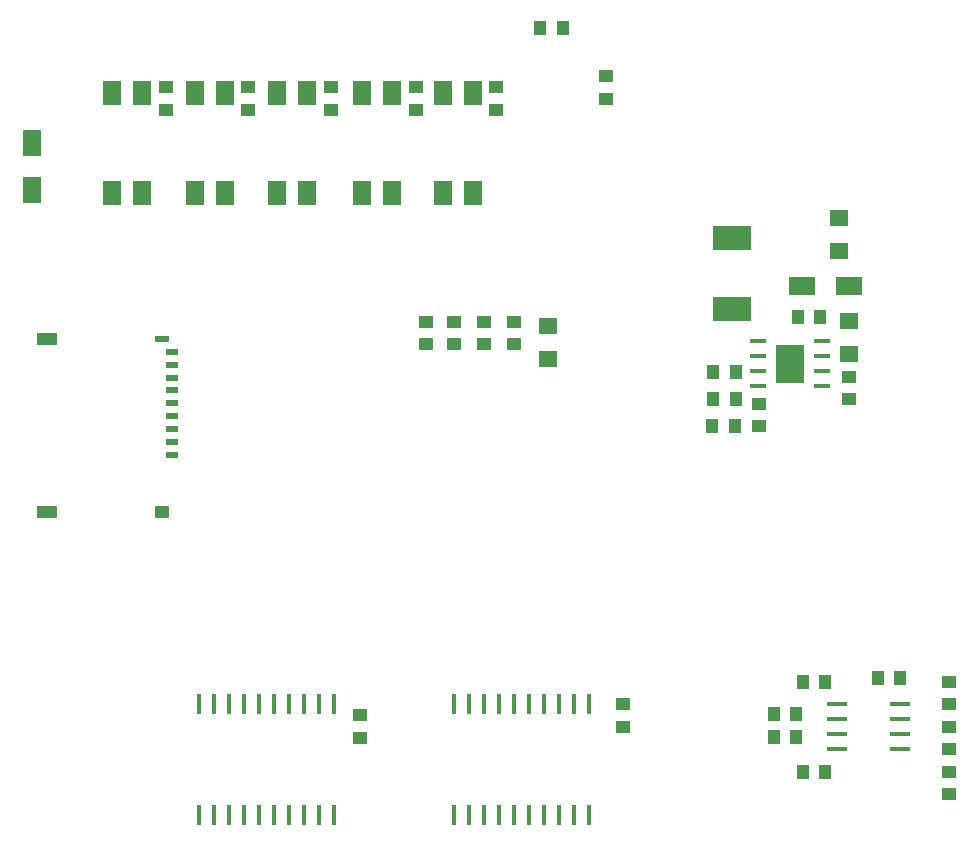
<source format=gbr>
G04 DipTrace 3.3.1.3*
G04 TopPaste.gbr*
%MOIN*%
G04 #@! TF.FileFunction,Paste,Top*
G04 #@! TF.Part,Single*
%ADD66R,0.058929X0.090425*%
%ADD68R,0.015622X0.07074*%
%ADD70R,0.07074X0.015622*%
%ADD72R,0.09515X0.130189*%
%ADD74R,0.054992X0.016016*%
%ADD86R,0.058929X0.078614*%
%ADD90R,0.129795X0.08452*%
%ADD96R,0.047118X0.023496*%
%ADD98R,0.047118X0.039244*%
%ADD100R,0.07074X0.039244*%
%ADD102R,0.043181X0.019559*%
%ADD108R,0.090425X0.058929*%
%ADD110R,0.051055X0.043181*%
%ADD112R,0.043181X0.051055*%
%ADD114R,0.062866X0.054992*%
%FSLAX26Y26*%
G04*
G70*
G90*
G75*
G01*
G04 TopPaste*
%LPD*%
D114*
X3209200Y2633200D3*
Y2522964D3*
D112*
X3040200Y2646200D3*
X3115003D3*
D114*
X2206200Y2506200D3*
Y2616436D3*
D112*
X2832200Y2464200D3*
X2757397D3*
D110*
X2399949Y3449949D3*
Y3375146D3*
D114*
X3175966Y2866221D3*
Y2976457D3*
D112*
X3381200Y1443700D3*
X3306397D3*
D110*
X1581200Y1318700D3*
Y1243897D3*
X2456200Y1356200D3*
Y1281397D3*
D108*
X3053200Y2750200D3*
X3210680D3*
D102*
X952350Y2185402D3*
Y2228709D3*
Y2272016D3*
Y2315323D3*
Y2358630D3*
Y2401938D3*
Y2445245D3*
Y2488552D3*
Y2531859D3*
D100*
X536995Y1997213D3*
D98*
X918885D3*
D96*
Y2575166D3*
D100*
X536995D3*
D90*
X2819754Y2672491D3*
Y2910680D3*
D86*
X853838Y3393700D3*
X753838D3*
Y3059054D3*
X853838D3*
X1129428Y3393700D3*
X1029428D3*
Y3059054D3*
X1129428D3*
X1405019Y3393700D3*
X1305019D3*
Y3059054D3*
X1405019D3*
X1687794Y3393700D3*
X1587794D3*
Y3059054D3*
X1687794D3*
X1956200Y3393700D3*
X1856200D3*
Y3059054D3*
X1956200D3*
D110*
X3209200Y2373200D3*
Y2448003D3*
D112*
X2832200Y2373200D3*
X2757397D3*
X2754200Y2282200D3*
X2829003D3*
D110*
X2910200D3*
Y2357003D3*
D112*
X2181791Y3610235D3*
X2256594D3*
X3034842Y1321948D3*
X2960039D3*
X3131200Y1431200D3*
X3056397D3*
X3034842Y1246948D3*
X2960039D3*
X3131200Y1131200D3*
X3056397D3*
D110*
X932578Y3413385D3*
Y3338582D3*
X1208169Y3413385D3*
Y3338582D3*
X1483759Y3413385D3*
Y3338582D3*
X1766535Y3413385D3*
Y3338582D3*
X2034940Y3413385D3*
Y3338582D3*
X3543700Y1131200D3*
Y1056397D3*
Y1431200D3*
Y1356397D3*
X1993700Y2556200D3*
Y2631003D3*
X1893700Y2556200D3*
Y2631003D3*
X1799949Y2556200D3*
Y2631003D3*
X2093700Y2556200D3*
Y2631003D3*
X3543700Y1281200D3*
Y1206397D3*
D74*
X2907245Y2566252D3*
Y2516252D3*
Y2466252D3*
Y2416252D3*
X3119843D3*
Y2466252D3*
Y2516252D3*
Y2566252D3*
D72*
X3013544Y2491252D3*
D70*
X3168700Y1356200D3*
Y1306200D3*
Y1256200D3*
Y1206200D3*
X3381298D3*
Y1256200D3*
Y1306200D3*
Y1356200D3*
D68*
X1493700D3*
X1443700D3*
X1393700D3*
X1343700D3*
X1293700D3*
X1243700D3*
X1193700D3*
X1143700D3*
X1093700D3*
X1043700D3*
Y986121D3*
X1093700D3*
X1143700D3*
X1193700D3*
X1243700D3*
X1293700D3*
X1343700D3*
X1393700D3*
X1443700D3*
X1493700D3*
X2343700Y1356200D3*
X2293700D3*
X2243700D3*
X2193700D3*
X2143700D3*
X2093700D3*
X2043700D3*
X1993700D3*
X1943700D3*
X1893700D3*
Y986121D3*
X1943700D3*
X1993700D3*
X2043700D3*
X2093700D3*
X2143700D3*
X2193700D3*
X2243700D3*
X2293700D3*
X2343700D3*
D66*
X487449Y3068700D3*
Y3226180D3*
M02*

</source>
